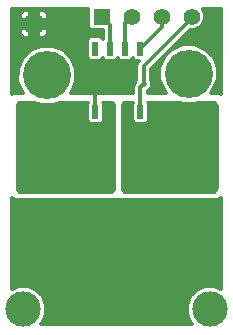
<source format=gtl>
G04 (created by PCBNEW (2013-07-07 BZR 4022)-stable) date 28/05/2014 08:13:03*
%MOIN*%
G04 Gerber Fmt 3.4, Leading zero omitted, Abs format*
%FSLAX34Y34*%
G01*
G70*
G90*
G04 APERTURE LIST*
%ADD10C,0.00590551*%
%ADD11C,0.16*%
%ADD12R,0.02X0.045*%
%ADD13C,0.1181*%
%ADD14R,0.055X0.055*%
%ADD15C,0.055*%
%ADD16R,0.035X0.055*%
%ADD17R,0.025X0.045*%
%ADD18C,0.02*%
%ADD19C,0.012*%
%ADD20C,0.008*%
%ADD21C,0.02*%
%ADD22C,0.01*%
G04 APERTURE END LIST*
G54D10*
G54D11*
X38928Y-25707D03*
X43650Y-25650D03*
G54D12*
X40541Y-24815D03*
X40541Y-26915D03*
X41041Y-24815D03*
X41541Y-24815D03*
X42041Y-24815D03*
X41041Y-26915D03*
X41541Y-26915D03*
X42041Y-26915D03*
G54D13*
X44360Y-33507D03*
X38140Y-33507D03*
X43927Y-28193D03*
X38573Y-28193D03*
G54D14*
X40750Y-23750D03*
G54D15*
X41750Y-23750D03*
X42750Y-23750D03*
X43750Y-23750D03*
G54D14*
X38500Y-24000D03*
X41750Y-29000D03*
G54D15*
X40750Y-29000D03*
G54D16*
X40916Y-27754D03*
X41666Y-27754D03*
G54D17*
X40991Y-27754D03*
X41591Y-27754D03*
G54D18*
X42150Y-26000D03*
X42590Y-26160D03*
X41250Y-30750D03*
G54D19*
X41541Y-24815D02*
X41541Y-23959D01*
X41541Y-23959D02*
X41750Y-23750D01*
X41041Y-24815D02*
X41041Y-24041D01*
X41041Y-24041D02*
X40750Y-23750D01*
G54D20*
X41041Y-24659D02*
X41041Y-24815D01*
G54D19*
X42750Y-23750D02*
X42750Y-24106D01*
X42750Y-24106D02*
X42041Y-24815D01*
G54D20*
X41541Y-26915D02*
X41541Y-28791D01*
X41541Y-28791D02*
X41750Y-29000D01*
G54D21*
X41541Y-26915D02*
X41541Y-27704D01*
X41541Y-27704D02*
X41591Y-27754D01*
X41591Y-27754D02*
X43488Y-27754D01*
X43488Y-27754D02*
X43927Y-28193D01*
X39012Y-27754D02*
X38573Y-28193D01*
X40991Y-27754D02*
X39012Y-27754D01*
X41041Y-27704D02*
X40991Y-27754D01*
X41041Y-26915D02*
X41041Y-27704D01*
G54D20*
X41041Y-26915D02*
X41041Y-28709D01*
X41041Y-28709D02*
X40750Y-29000D01*
G54D19*
X42150Y-26000D02*
X42150Y-25400D01*
X43750Y-23800D02*
X43750Y-23750D01*
X42150Y-25400D02*
X43750Y-23800D01*
X42041Y-26915D02*
X42041Y-26109D01*
X42041Y-26109D02*
X42150Y-26000D01*
X42560Y-26130D02*
X42590Y-26160D01*
X40541Y-26915D02*
X40541Y-25641D01*
X38900Y-24000D02*
X38500Y-24000D01*
X40541Y-25641D02*
X38900Y-24000D01*
G54D10*
G36*
X44587Y-29439D02*
X44574Y-29501D01*
X44542Y-29549D01*
X44494Y-29581D01*
X44432Y-29594D01*
X41573Y-29594D01*
X41511Y-29581D01*
X41463Y-29549D01*
X41431Y-29501D01*
X41419Y-29439D01*
X41419Y-26738D01*
X41431Y-26676D01*
X41463Y-26628D01*
X41511Y-26596D01*
X41573Y-26584D01*
X41806Y-26584D01*
X41796Y-26593D01*
X41771Y-26656D01*
X41770Y-26723D01*
X41770Y-27173D01*
X41796Y-27236D01*
X41844Y-27284D01*
X41907Y-27309D01*
X41974Y-27310D01*
X42174Y-27310D01*
X42237Y-27284D01*
X42285Y-27236D01*
X42310Y-27173D01*
X42311Y-27106D01*
X42311Y-26656D01*
X42285Y-26593D01*
X42275Y-26584D01*
X43369Y-26584D01*
X43456Y-26619D01*
X43842Y-26620D01*
X43929Y-26584D01*
X44432Y-26584D01*
X44494Y-26596D01*
X44542Y-26628D01*
X44574Y-26676D01*
X44587Y-26738D01*
X44587Y-29439D01*
X44587Y-29439D01*
G37*
G54D22*
X44587Y-29439D02*
X44574Y-29501D01*
X44542Y-29549D01*
X44494Y-29581D01*
X44432Y-29594D01*
X41573Y-29594D01*
X41511Y-29581D01*
X41463Y-29549D01*
X41431Y-29501D01*
X41419Y-29439D01*
X41419Y-26738D01*
X41431Y-26676D01*
X41463Y-26628D01*
X41511Y-26596D01*
X41573Y-26584D01*
X41806Y-26584D01*
X41796Y-26593D01*
X41771Y-26656D01*
X41770Y-26723D01*
X41770Y-27173D01*
X41796Y-27236D01*
X41844Y-27284D01*
X41907Y-27309D01*
X41974Y-27310D01*
X42174Y-27310D01*
X42237Y-27284D01*
X42285Y-27236D01*
X42310Y-27173D01*
X42311Y-27106D01*
X42311Y-26656D01*
X42285Y-26593D01*
X42275Y-26584D01*
X43369Y-26584D01*
X43456Y-26619D01*
X43842Y-26620D01*
X43929Y-26584D01*
X44432Y-26584D01*
X44494Y-26596D01*
X44542Y-26628D01*
X44574Y-26676D01*
X44587Y-26738D01*
X44587Y-29439D01*
G54D10*
G36*
X41162Y-29439D02*
X41149Y-29501D01*
X41117Y-29549D01*
X41069Y-29581D01*
X41007Y-29594D01*
X38069Y-29594D01*
X38007Y-29581D01*
X37959Y-29549D01*
X37927Y-29501D01*
X37915Y-29439D01*
X37915Y-26738D01*
X37927Y-26676D01*
X37959Y-26628D01*
X38007Y-26596D01*
X38069Y-26584D01*
X38510Y-26584D01*
X38734Y-26676D01*
X39120Y-26677D01*
X39345Y-26584D01*
X40306Y-26584D01*
X40296Y-26593D01*
X40271Y-26656D01*
X40270Y-26723D01*
X40270Y-27173D01*
X40296Y-27236D01*
X40344Y-27284D01*
X40407Y-27309D01*
X40474Y-27310D01*
X40674Y-27310D01*
X40737Y-27284D01*
X40785Y-27236D01*
X40810Y-27173D01*
X40811Y-27106D01*
X40811Y-26656D01*
X40785Y-26593D01*
X40775Y-26584D01*
X41007Y-26584D01*
X41069Y-26596D01*
X41117Y-26628D01*
X41149Y-26676D01*
X41162Y-26738D01*
X41162Y-29439D01*
X41162Y-29439D01*
G37*
G54D22*
X41162Y-29439D02*
X41149Y-29501D01*
X41117Y-29549D01*
X41069Y-29581D01*
X41007Y-29594D01*
X38069Y-29594D01*
X38007Y-29581D01*
X37959Y-29549D01*
X37927Y-29501D01*
X37915Y-29439D01*
X37915Y-26738D01*
X37927Y-26676D01*
X37959Y-26628D01*
X38007Y-26596D01*
X38069Y-26584D01*
X38510Y-26584D01*
X38734Y-26676D01*
X39120Y-26677D01*
X39345Y-26584D01*
X40306Y-26584D01*
X40296Y-26593D01*
X40271Y-26656D01*
X40270Y-26723D01*
X40270Y-27173D01*
X40296Y-27236D01*
X40344Y-27284D01*
X40407Y-27309D01*
X40474Y-27310D01*
X40674Y-27310D01*
X40737Y-27284D01*
X40785Y-27236D01*
X40810Y-27173D01*
X40811Y-27106D01*
X40811Y-26656D01*
X40785Y-26593D01*
X40775Y-26584D01*
X41007Y-26584D01*
X41069Y-26596D01*
X41117Y-26628D01*
X41149Y-26676D01*
X41162Y-26738D01*
X41162Y-29439D01*
G54D10*
G36*
X41990Y-25220D02*
X41980Y-25230D01*
X41928Y-25308D01*
X41910Y-25400D01*
X41910Y-25847D01*
X41872Y-25938D01*
X41871Y-25939D01*
X41819Y-26017D01*
X41801Y-26109D01*
X41801Y-26290D01*
X39731Y-26290D01*
X39758Y-26262D01*
X39907Y-25902D01*
X39908Y-25512D01*
X39759Y-25152D01*
X39483Y-24876D01*
X39123Y-24727D01*
X38953Y-24727D01*
X38953Y-24239D01*
X38953Y-23760D01*
X38953Y-23689D01*
X38925Y-23623D01*
X38875Y-23573D01*
X38810Y-23546D01*
X38682Y-23546D01*
X38637Y-23591D01*
X38637Y-23862D01*
X38908Y-23862D01*
X38953Y-23817D01*
X38953Y-23760D01*
X38953Y-24239D01*
X38953Y-24182D01*
X38908Y-24137D01*
X38637Y-24137D01*
X38637Y-24408D01*
X38682Y-24453D01*
X38810Y-24453D01*
X38875Y-24426D01*
X38925Y-24376D01*
X38953Y-24310D01*
X38953Y-24239D01*
X38953Y-24727D01*
X38733Y-24726D01*
X38373Y-24875D01*
X38362Y-24886D01*
X38362Y-24408D01*
X38362Y-24137D01*
X38362Y-23862D01*
X38362Y-23591D01*
X38317Y-23546D01*
X38189Y-23546D01*
X38124Y-23573D01*
X38074Y-23623D01*
X38046Y-23689D01*
X38046Y-23760D01*
X38046Y-23817D01*
X38091Y-23862D01*
X38362Y-23862D01*
X38362Y-24137D01*
X38091Y-24137D01*
X38046Y-24182D01*
X38046Y-24239D01*
X38046Y-24310D01*
X38074Y-24376D01*
X38124Y-24426D01*
X38189Y-24453D01*
X38317Y-24453D01*
X38362Y-24408D01*
X38362Y-24886D01*
X38097Y-25151D01*
X37948Y-25511D01*
X37947Y-25901D01*
X38096Y-26261D01*
X38125Y-26290D01*
X37894Y-26290D01*
X37800Y-26308D01*
X37755Y-26338D01*
X37755Y-23505D01*
X40294Y-23505D01*
X40294Y-23510D01*
X40294Y-24060D01*
X40322Y-24126D01*
X40372Y-24177D01*
X40439Y-24204D01*
X40510Y-24205D01*
X40801Y-24205D01*
X40801Y-24475D01*
X40790Y-24485D01*
X40743Y-24437D01*
X40676Y-24410D01*
X40605Y-24409D01*
X40405Y-24409D01*
X40339Y-24437D01*
X40288Y-24487D01*
X40261Y-24554D01*
X40260Y-24625D01*
X40260Y-25075D01*
X40288Y-25141D01*
X40338Y-25192D01*
X40405Y-25219D01*
X40476Y-25220D01*
X40676Y-25220D01*
X40742Y-25192D01*
X40791Y-25144D01*
X40838Y-25192D01*
X40905Y-25219D01*
X40976Y-25220D01*
X41176Y-25220D01*
X41242Y-25192D01*
X41291Y-25144D01*
X41338Y-25192D01*
X41405Y-25219D01*
X41476Y-25220D01*
X41676Y-25220D01*
X41742Y-25192D01*
X41791Y-25144D01*
X41838Y-25192D01*
X41905Y-25219D01*
X41976Y-25220D01*
X41990Y-25220D01*
X41990Y-25220D01*
G37*
G54D19*
X41990Y-25220D02*
X41980Y-25230D01*
X41928Y-25308D01*
X41910Y-25400D01*
X41910Y-25847D01*
X41872Y-25938D01*
X41871Y-25939D01*
X41819Y-26017D01*
X41801Y-26109D01*
X41801Y-26290D01*
X39731Y-26290D01*
X39758Y-26262D01*
X39907Y-25902D01*
X39908Y-25512D01*
X39759Y-25152D01*
X39483Y-24876D01*
X39123Y-24727D01*
X38953Y-24727D01*
X38953Y-24239D01*
X38953Y-23760D01*
X38953Y-23689D01*
X38925Y-23623D01*
X38875Y-23573D01*
X38810Y-23546D01*
X38682Y-23546D01*
X38637Y-23591D01*
X38637Y-23862D01*
X38908Y-23862D01*
X38953Y-23817D01*
X38953Y-23760D01*
X38953Y-24239D01*
X38953Y-24182D01*
X38908Y-24137D01*
X38637Y-24137D01*
X38637Y-24408D01*
X38682Y-24453D01*
X38810Y-24453D01*
X38875Y-24426D01*
X38925Y-24376D01*
X38953Y-24310D01*
X38953Y-24239D01*
X38953Y-24727D01*
X38733Y-24726D01*
X38373Y-24875D01*
X38362Y-24886D01*
X38362Y-24408D01*
X38362Y-24137D01*
X38362Y-23862D01*
X38362Y-23591D01*
X38317Y-23546D01*
X38189Y-23546D01*
X38124Y-23573D01*
X38074Y-23623D01*
X38046Y-23689D01*
X38046Y-23760D01*
X38046Y-23817D01*
X38091Y-23862D01*
X38362Y-23862D01*
X38362Y-24137D01*
X38091Y-24137D01*
X38046Y-24182D01*
X38046Y-24239D01*
X38046Y-24310D01*
X38074Y-24376D01*
X38124Y-24426D01*
X38189Y-24453D01*
X38317Y-24453D01*
X38362Y-24408D01*
X38362Y-24886D01*
X38097Y-25151D01*
X37948Y-25511D01*
X37947Y-25901D01*
X38096Y-26261D01*
X38125Y-26290D01*
X37894Y-26290D01*
X37800Y-26308D01*
X37755Y-26338D01*
X37755Y-23505D01*
X40294Y-23505D01*
X40294Y-23510D01*
X40294Y-24060D01*
X40322Y-24126D01*
X40372Y-24177D01*
X40439Y-24204D01*
X40510Y-24205D01*
X40801Y-24205D01*
X40801Y-24475D01*
X40790Y-24485D01*
X40743Y-24437D01*
X40676Y-24410D01*
X40605Y-24409D01*
X40405Y-24409D01*
X40339Y-24437D01*
X40288Y-24487D01*
X40261Y-24554D01*
X40260Y-24625D01*
X40260Y-25075D01*
X40288Y-25141D01*
X40338Y-25192D01*
X40405Y-25219D01*
X40476Y-25220D01*
X40676Y-25220D01*
X40742Y-25192D01*
X40791Y-25144D01*
X40838Y-25192D01*
X40905Y-25219D01*
X40976Y-25220D01*
X41176Y-25220D01*
X41242Y-25192D01*
X41291Y-25144D01*
X41338Y-25192D01*
X41405Y-25219D01*
X41476Y-25220D01*
X41676Y-25220D01*
X41742Y-25192D01*
X41791Y-25144D01*
X41838Y-25192D01*
X41905Y-25219D01*
X41976Y-25220D01*
X41990Y-25220D01*
G54D10*
G36*
X44745Y-26338D02*
X44699Y-26308D01*
X44605Y-26290D01*
X44396Y-26290D01*
X44480Y-26205D01*
X44629Y-25845D01*
X44630Y-25455D01*
X44481Y-25095D01*
X44205Y-24819D01*
X43845Y-24670D01*
X43455Y-24669D01*
X43095Y-24818D01*
X42819Y-25094D01*
X42670Y-25454D01*
X42669Y-25844D01*
X42818Y-26204D01*
X42904Y-26290D01*
X42281Y-26290D01*
X42281Y-26248D01*
X42308Y-26237D01*
X42387Y-26158D01*
X42429Y-26055D01*
X42430Y-25944D01*
X42390Y-25847D01*
X42390Y-25499D01*
X43684Y-24204D01*
X43840Y-24205D01*
X44007Y-24135D01*
X44135Y-24008D01*
X44204Y-23840D01*
X44205Y-23659D01*
X44141Y-23505D01*
X44745Y-23505D01*
X44745Y-26338D01*
X44745Y-26338D01*
G37*
G54D19*
X44745Y-26338D02*
X44699Y-26308D01*
X44605Y-26290D01*
X44396Y-26290D01*
X44480Y-26205D01*
X44629Y-25845D01*
X44630Y-25455D01*
X44481Y-25095D01*
X44205Y-24819D01*
X43845Y-24670D01*
X43455Y-24669D01*
X43095Y-24818D01*
X42819Y-25094D01*
X42670Y-25454D01*
X42669Y-25844D01*
X42818Y-26204D01*
X42904Y-26290D01*
X42281Y-26290D01*
X42281Y-26248D01*
X42308Y-26237D01*
X42387Y-26158D01*
X42429Y-26055D01*
X42430Y-25944D01*
X42390Y-25847D01*
X42390Y-25499D01*
X43684Y-24204D01*
X43840Y-24205D01*
X44007Y-24135D01*
X44135Y-24008D01*
X44204Y-23840D01*
X44205Y-23659D01*
X44141Y-23505D01*
X44745Y-23505D01*
X44745Y-26338D01*
G54D10*
G36*
X44745Y-32832D02*
X44513Y-32736D01*
X44207Y-32736D01*
X43924Y-32853D01*
X43707Y-33069D01*
X43589Y-33353D01*
X43589Y-33659D01*
X43706Y-33942D01*
X43758Y-33995D01*
X38741Y-33995D01*
X38792Y-33944D01*
X38910Y-33660D01*
X38910Y-33354D01*
X38793Y-33071D01*
X38577Y-32854D01*
X38293Y-32736D01*
X37987Y-32736D01*
X37755Y-32832D01*
X37755Y-29811D01*
X37800Y-29841D01*
X37894Y-29860D01*
X44605Y-29860D01*
X44699Y-29841D01*
X44745Y-29811D01*
X44745Y-32832D01*
X44745Y-32832D01*
G37*
G54D19*
X44745Y-32832D02*
X44513Y-32736D01*
X44207Y-32736D01*
X43924Y-32853D01*
X43707Y-33069D01*
X43589Y-33353D01*
X43589Y-33659D01*
X43706Y-33942D01*
X43758Y-33995D01*
X38741Y-33995D01*
X38792Y-33944D01*
X38910Y-33660D01*
X38910Y-33354D01*
X38793Y-33071D01*
X38577Y-32854D01*
X38293Y-32736D01*
X37987Y-32736D01*
X37755Y-32832D01*
X37755Y-29811D01*
X37800Y-29841D01*
X37894Y-29860D01*
X44605Y-29860D01*
X44699Y-29841D01*
X44745Y-29811D01*
X44745Y-32832D01*
M02*

</source>
